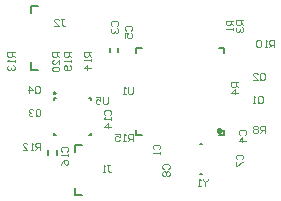
<source format=gbo>
%FSTAX43Y43*%
%MOMM*%
%SFA1B1*%

%IPPOS*%
%ADD56C,0.250000*%
%ADD57C,0.200000*%
%ADD59C,0.125000*%
%LNzooidpcb-1*%
%LPD*%
G54D56*
X0006524Y-0004169D02*
D01*
X0006524Y-0004161*
X0006523Y-0004152*
X0006522Y-0004144*
X000652Y-0004135*
X0006517Y-0004127*
X0006514Y-0004119*
X000651Y-0004111*
X0006505Y-0004103*
X0006501Y-0004096*
X0006495Y-0004089*
X0006489Y-0004083*
X0006483Y-0004077*
X0006476Y-0004071*
X0006469Y-0004066*
X0006462Y-0004061*
X0006454Y-0004057*
X0006446Y-0004054*
X0006438Y-0004051*
X000643Y-0004048*
X0006421Y-0004046*
X0006413Y-0004045*
X0006404Y-0004045*
X0006395*
X0006386Y-0004045*
X0006378Y-0004046*
X0006369Y-0004048*
X0006361Y-0004051*
X0006353Y-0004054*
X0006345Y-0004057*
X0006337Y-0004061*
X000633Y-0004066*
X0006323Y-0004071*
X0006316Y-0004077*
X000631Y-0004083*
X0006304Y-0004089*
X0006298Y-0004096*
X0006293Y-0004103*
X0006289Y-0004111*
X0006285Y-0004119*
X0006282Y-0004127*
X0006279Y-0004135*
X0006277Y-0004144*
X0006276Y-0004152*
X0006275Y-0004161*
X0006274Y-0004169*
X0006275Y-0004178*
X0006276Y-0004187*
X0006277Y-0004195*
X0006279Y-0004204*
X0006282Y-0004212*
X0006285Y-000422*
X0006289Y-0004228*
X0006293Y-0004236*
X0006298Y-0004243*
X0006304Y-000425*
X000631Y-0004256*
X0006316Y-0004262*
X0006323Y-0004268*
X000633Y-0004273*
X0006337Y-0004278*
X0006345Y-0004282*
X0006353Y-0004285*
X0006361Y-0004288*
X0006369Y-0004291*
X0006378Y-0004293*
X0006386Y-0004294*
X0006395Y-0004294*
X0006404*
X0006413Y-0004294*
X0006421Y-0004293*
X000643Y-0004291*
X0006438Y-0004288*
X0006446Y-0004285*
X0006454Y-0004282*
X0006462Y-0004278*
X0006469Y-0004273*
X0006476Y-0004268*
X0006483Y-0004262*
X0006489Y-0004256*
X0006495Y-000425*
X0006501Y-0004243*
X0006505Y-0004236*
X000651Y-0004228*
X0006514Y-000422*
X0006517Y-0004212*
X000652Y-0004204*
X0006522Y-0004195*
X0006523Y-0004187*
X0006524Y-0004178*
X0006524Y-0004169*
G54D57*
X-0007454Y-0000969D02*
D01*
X-0007455Y-0000964*
X-0007455Y-0000959*
X-0007456Y-0000954*
X-0007457Y-0000949*
X-0007459Y-0000944*
X-0007461Y-0000939*
X-0007463Y-0000934*
X-0007466Y-000093*
X-0007469Y-0000925*
X-0007472Y-0000921*
X-0007476Y-0000917*
X-0007479Y-0000914*
X-0007483Y-000091*
X-0007488Y-0000907*
X-0007492Y-0000905*
X-0007497Y-0000902*
X-0007501Y-00009*
X-0007506Y-0000898*
X-0007511Y-0000897*
X-0007516Y-0000896*
X-0007522Y-0000895*
X-0007527Y-0000895*
X-0007532*
X-0007537Y-0000895*
X-0007543Y-0000896*
X-0007548Y-0000897*
X-0007553Y-0000898*
X-0007558Y-00009*
X-0007562Y-0000902*
X-0007567Y-0000905*
X-0007571Y-0000907*
X-0007576Y-000091*
X-000758Y-0000914*
X-0007583Y-0000917*
X-0007587Y-0000921*
X-000759Y-0000925*
X-0007593Y-000093*
X-0007596Y-0000934*
X-0007598Y-0000939*
X-00076Y-0000944*
X-0007602Y-0000949*
X-0007603Y-0000954*
X-0007604Y-0000959*
X-0007604Y-0000964*
X-0007604Y-0000969*
X-0007604Y-0000975*
X-0007604Y-000098*
X-0007603Y-0000985*
X-0007602Y-000099*
X-00076Y-0000995*
X-0007598Y-0001*
X-0007596Y-0001005*
X-0007593Y-0001009*
X-000759Y-0001014*
X-0007587Y-0001018*
X-0007583Y-0001022*
X-000758Y-0001025*
X-0007576Y-0001029*
X-0007571Y-0001032*
X-0007567Y-0001034*
X-0007562Y-0001037*
X-0007558Y-0001039*
X-0007553Y-0001041*
X-0007548Y-0001042*
X-0007543Y-0001043*
X-0007537Y-0001044*
X-0007532Y-0001044*
X-0007527*
X-0007522Y-0001044*
X-0007516Y-0001043*
X-0007511Y-0001042*
X-0007506Y-0001041*
X-0007501Y-0001039*
X-0007497Y-0001037*
X-0007492Y-0001034*
X-0007488Y-0001032*
X-0007483Y-0001029*
X-0007479Y-0001025*
X-0007476Y-0001022*
X-0007472Y-0001018*
X-0007469Y-0001014*
X-0007466Y-0001009*
X-0007463Y-0001005*
X-0007461Y-0001*
X-0007459Y-0000995*
X-0007457Y-000099*
X-0007456Y-0000985*
X-0007455Y-000098*
X-0007455Y-0000975*
X-0007454Y-0000969*
X-0009522Y0006419D02*
X-0008921D01*
X-0009522Y0005819D02*
Y0006419D01*
X-0009509Y0001007D02*
Y0001606D01*
Y0001007D02*
X-0008909D01*
X0004759Y-0005259D02*
X0004959D01*
X0004759Y-0007859D02*
X0004959D01*
X-0007579Y-0001419D02*
X-0007429D01*
X-0007579Y-0001569D02*
Y-0001419D01*
Y-0004519D02*
Y-0004369D01*
Y-0004519D02*
X-0007429D01*
X-0004629D02*
X-0004479D01*
Y-0004369*
X-0004629Y-0001419D02*
X-0004479D01*
Y-0001569D02*
Y-0001419D01*
X0006374Y-0004569D02*
X0006799D01*
Y-0004144*
Y0002404D02*
Y0002829D01*
X0006374D02*
X0006799D01*
X-0000599D02*
X-0000174D01*
X-0000599Y0002404D02*
Y0002829D01*
Y-0004569D02*
X-0000174D01*
X-0000599D02*
Y-0004144D01*
X-0005811Y-0006019D02*
Y-0005419D01*
X-0005212*
X-0005811Y-0009619D02*
X-0005212D01*
X-0005811D02*
Y-0009019D01*
X-0002839Y0002469D02*
Y0002869D01*
X-0002139Y0002469D02*
Y0002869D01*
X-0008069Y-0006249D02*
Y-0005849D01*
X-0007369Y-0006249D02*
Y-0005849D01*
G54D59*
X0010274Y-0004349D02*
Y-0003749D01*
X0009974*
X0009874Y-0003849*
Y-0004049*
X0009974Y-0004149*
X0010274*
X0010074D02*
X0009874Y-0004349D01*
X0009674Y-0003849D02*
X0009574Y-0003749D01*
X0009374*
X0009274Y-0003849*
Y-0003949*
X0009374Y-0004049*
X0009274Y-0004149*
Y-0004249*
X0009374Y-0004349*
X0009574*
X0009674Y-0004249*
Y-0004149*
X0009574Y-0004049*
X0009674Y-0003949*
Y-0003849*
X0009574Y-0004049D02*
X0009374D01*
X-0007124Y0002449D02*
X-0007724D01*
Y0002149*
X-0007624Y0002049*
X-0007424*
X-0007324Y0002149*
Y0002449*
Y0002249D02*
X-0007124Y0002049D01*
Y0001449D02*
Y0001849D01*
X-0007524Y0001449*
X-0007624*
X-0007724Y0001549*
Y0001749*
X-0007624Y0001849*
Y0001249D02*
X-0007724Y0001149D01*
Y0000949*
X-0007624Y000085*
X-0007224*
X-0007124Y0000949*
Y0001149*
X-0007224Y0001249*
X-0007624*
X-0006149Y0002449D02*
X-0006749D01*
Y0002149*
X-0006649Y0002049*
X-0006449*
X-0006349Y0002149*
Y0002449*
Y0002249D02*
X-0006149Y0002049D01*
Y0001849D02*
Y0001649D01*
Y0001749*
X-0006749*
X-0006649Y0001849*
X-0006249Y0001349D02*
X-0006149Y0001249D01*
Y0001049*
X-0006249Y0000949*
X-0006649*
X-0006749Y0001049*
Y0001249*
X-0006649Y0001349*
X-0006549*
X-0006449Y0001249*
Y0000949*
X-0004449Y0002499D02*
X-0005049D01*
Y0002199*
X-0004949Y0002099*
X-0004749*
X-0004649Y0002199*
Y0002499*
Y0002299D02*
X-0004449Y0002099D01*
Y0001899D02*
Y0001699D01*
Y0001799*
X-0005049*
X-0004949Y0001899*
X-0004449Y0001099D02*
X-0005049D01*
X-0004749Y0001399*
Y0000999*
X-0006974Y0005299D02*
X-0006774D01*
X-0006874*
Y0004799*
X-0006774Y0004699*
X-0006674*
X-0006574Y0004799*
X-0007574Y0004699D02*
X-0007174D01*
X-0007574Y0005099*
Y0005199*
X-0007474Y0005299*
X-0007274*
X-0007174Y0005199*
X0005424Y-0008249D02*
Y-0008349D01*
X0005224Y-0008549*
X0005024Y-0008349*
Y-0008249*
X0005224Y-0008549D02*
Y-0008849D01*
X0004824D02*
X0004624D01*
X0004724*
Y-0008249*
X0004824Y-0008349*
X-0000924Y-0000449D02*
Y-0000949D01*
X-0001024Y-0001049*
X-0001224*
X-0001324Y-0000949*
Y-0000449*
X-0001524Y-0001049D02*
X-0001724D01*
X-0001624*
Y-0000449*
X-0001524Y-0000549*
X-0000924Y-0005049D02*
Y-0004449D01*
X-0001224*
X-0001324Y-0004549*
Y-0004749*
X-0001224Y-0004849*
X-0000924*
X-0001124D02*
X-0001324Y-0005049D01*
X-0001524D02*
X-0001724D01*
X-0001624*
Y-0004449*
X-0001524Y-0004549*
X-0002424Y-0004449D02*
X-0002024D01*
Y-0004749*
X-0002224Y-0004649*
X-0002324*
X-0002424Y-0004749*
Y-0004949*
X-0002324Y-0005049*
X-0002124*
X-0002024Y-0004949*
X-0010924Y0002449D02*
X-0011524D01*
Y0002149*
X-0011424Y0002049*
X-0011224*
X-0011124Y0002149*
Y0002449*
Y0002249D02*
X-0010924Y0002049D01*
Y0001849D02*
Y0001649D01*
Y0001749*
X-0011524*
X-0011424Y0001849*
Y0001349D02*
X-0011524Y0001249D01*
Y0001049*
X-0011424Y0000949*
X-0011324*
X-0011224Y0001049*
Y0001149*
Y0001049*
X-0011124Y0000949*
X-0011024*
X-0010924Y0001049*
Y0001249*
X-0011024Y0001349*
X-0008749Y-0005774D02*
Y-0005174D01*
X-0009049*
X-0009149Y-0005274*
Y-0005474*
X-0009049Y-0005574*
X-0008749*
X-0008949D02*
X-0009149Y-0005774D01*
X-0009349D02*
X-0009549D01*
X-0009449*
Y-0005174*
X-0009349Y-0005274*
X-0010249Y-0005774D02*
X-0009849D01*
X-0010249Y-0005374*
Y-0005274*
X-0010149Y-0005174*
X-0009949*
X-0009849Y-0005274*
X0011049Y0002899D02*
Y0003499D01*
X0010749*
X0010649Y0003399*
Y0003199*
X0010749Y0003099*
X0011049*
X0010849D02*
X0010649Y0002899D01*
X0010449D02*
X0010249D01*
X0010349*
Y0003499*
X0010449Y0003399*
X0009949D02*
X0009849Y0003499D01*
X0009649*
X0009549Y0003399*
Y0002999*
X0009649Y0002899*
X0009849*
X0009949Y0002999*
Y0003399*
X0008024Y-0000074D02*
X0007424D01*
Y-0000374*
X0007524Y-0000474*
X0007724*
X0007824Y-0000374*
Y-0000074*
Y-0000274D02*
X0008024Y-0000474D01*
Y-0000974D02*
X0007424D01*
X0007724Y-0000674*
Y-0001074*
X0008424Y0005199D02*
X0007824D01*
Y0004899*
X0007924Y0004799*
X0008124*
X0008224Y0004899*
Y0005199*
Y0004999D02*
X0008424Y0004799D01*
X0007924Y0004599D02*
X0007824Y0004499D01*
Y0004299*
X0007924Y0004199*
X0008024*
X0008124Y0004299*
Y0004399*
Y0004299*
X0008224Y0004199*
X0008324*
X0008424Y0004299*
Y0004499*
X0008324Y0004599*
X0007574Y0005149D02*
X0006974D01*
Y0004849*
X0007074Y0004749*
X0007274*
X0007374Y0004849*
Y0005149*
Y0004949D02*
X0007574Y0004749D01*
Y0004549D02*
Y0004349D01*
Y0004449*
X0006974*
X0007074Y0004549*
X-0003074Y-0007099D02*
X-0002874D01*
X-0002974*
Y-0007599*
X-0002874Y-0007699*
X-0002774*
X-0002674Y-0007599*
X-0003274Y-0007699D02*
X-0003474D01*
X-0003374*
Y-0007099*
X-0003274Y-0007199*
X-0006899Y-0005949D02*
X-0006999Y-0005849D01*
Y-0005649*
X-0006899Y-0005549*
X-0006499*
X-0006399Y-0005649*
Y-0005849*
X-0006499Y-0005949*
X-0006399Y-0006149D02*
Y-0006349D01*
Y-0006249*
X-0006999*
X-0006899Y-0006149*
X-0006999Y-0007049D02*
X-0006899Y-0006849D01*
X-0006699Y-0006649*
X-0006499*
X-0006399Y-0006749*
Y-0006949*
X-0006499Y-0007049*
X-0006599*
X-0006699Y-0006949*
Y-0006649*
X-0003224Y-0002849D02*
X-0003324Y-0002749D01*
Y-0002549*
X-0003224Y-0002449*
X-0002824*
X-0002724Y-0002549*
Y-0002749*
X-0002824Y-0002849*
X-0002724Y-0003049D02*
Y-0003249D01*
Y-0003149*
X-0003324*
X-0003224Y-0003049*
X-0002724Y-0003849D02*
X-0003324D01*
X-0003024Y-0003549*
Y-0003949*
X0002099Y-0007424D02*
X0002199Y-0007324D01*
Y-0007124*
X0002099Y-0007024*
X0001699*
X0001599Y-0007124*
Y-0007324*
X0001699Y-0007424*
X0002099Y-0007624D02*
X0002199Y-0007724D01*
Y-0007924*
X0002099Y-0008024*
X0001999*
X0001899Y-0007924*
X0001799Y-0008024*
X0001699*
X0001599Y-0007924*
Y-0007724*
X0001699Y-0007624*
X0001799*
X0001899Y-0007724*
X0001999Y-0007624*
X0002099*
X0001899Y-0007724D02*
Y-0007924D01*
X0007899Y-0006599D02*
X0007799Y-0006499D01*
Y-0006299*
X0007899Y-0006199*
X0008299*
X0008399Y-0006299*
Y-0006499*
X0008299Y-0006599*
X0007799Y-0006799D02*
Y-0007199D01*
X0007899*
X0008299Y-0006799*
X0008399*
X-0001499Y0004299D02*
X-0001599Y0004399D01*
Y0004599*
X-0001499Y0004699*
X-0001099*
X-0000999Y0004599*
Y0004399*
X-0001099Y0004299*
X-0001599Y0003699D02*
Y0004099D01*
X-0001299*
X-0001399Y0003899*
Y0003799*
X-0001299Y0003699*
X-0001099*
X-0000999Y0003799*
Y0003999*
X-0001099Y0004099*
X0008149Y-0004524D02*
X0008049Y-0004424D01*
Y-0004224*
X0008149Y-0004124*
X0008549*
X0008649Y-0004224*
Y-0004424*
X0008549Y-0004524*
X0008649Y-0005024D02*
X0008049D01*
X0008349Y-0004724*
Y-0005124*
X-0002649Y0004699D02*
X-0002749Y0004799D01*
Y0004999*
X-0002649Y0005099*
X-0002249*
X-0002149Y0004999*
Y0004799*
X-0002249Y0004699*
X-0002649Y0004499D02*
X-0002749Y0004399D01*
Y0004199*
X-0002649Y0004099*
X-0002549*
X-0002449Y0004199*
Y0004299*
Y0004199*
X-0002349Y0004099*
X-0002249*
X-0002149Y0004199*
Y0004399*
X-0002249Y0004499*
X0000899Y-0005749D02*
X0000799Y-0005649D01*
Y-0005449*
X0000899Y-0005349*
X0001299*
X0001399Y-0005449*
Y-0005649*
X0001299Y-0005749*
X0001399Y-0005949D02*
Y-0006149D01*
Y-0006049*
X0000799*
X0000899Y-0005949*
X-0003049Y-0001324D02*
Y-0001824D01*
X-0003149Y-0001924*
X-0003349*
X-0003449Y-0001824*
Y-0001324*
X-0004049D02*
X-0003649D01*
Y-0001624*
X-0003849Y-0001524*
X-0003949*
X-0004049Y-0001624*
Y-0001824*
X-0003949Y-0001924*
X-0003749*
X-0003649Y-0001824*
X0009674Y-0001719D02*
Y-0001319D01*
X0009774Y-0001219*
X0009974*
X0010074Y-0001319*
Y-0001719*
X0009974Y-0001819*
X0009774*
X0009874Y-0001619D02*
X0009674Y-0001819D01*
X0009774D02*
X0009674Y-0001719D01*
X0009474Y-0001819D02*
X0009274D01*
X0009374*
Y-0001219*
X0009474Y-0001319*
X0009849Y0000204D02*
Y0000604D01*
X0009949Y0000704*
X0010149*
X0010249Y0000604*
Y0000204*
X0010149Y0000104*
X0009949*
X0010049Y0000304D02*
X0009849Y0000104D01*
X0009949D02*
X0009849Y0000204D01*
X0009249Y0000104D02*
X0009649D01*
X0009249Y0000504*
Y0000604*
X0009349Y0000704*
X0009549*
X0009649Y0000604*
X-0009139Y-0002839D02*
Y-0002439D01*
X-0009039Y-0002339*
X-0008839*
X-0008739Y-0002439*
Y-0002839*
X-0008839Y-0002939*
X-0009039*
X-0008939Y-0002739D02*
X-0009139Y-0002939D01*
X-0009039D02*
X-0009139Y-0002839D01*
X-0009339Y-0002439D02*
X-0009439Y-0002339D01*
X-0009639*
X-0009739Y-0002439*
Y-0002539*
X-0009639Y-0002639*
X-0009539*
X-0009639*
X-0009739Y-0002739*
Y-0002839*
X-0009639Y-0002939*
X-0009439*
X-0009339Y-0002839*
X-0009199Y-0000899D02*
Y-0000499D01*
X-0009099Y-0000399*
X-0008899*
X-0008799Y-0000499*
Y-0000899*
X-0008899Y-0000999*
X-0009099*
X-0008999Y-0000799D02*
X-0009199Y-0000999D01*
X-0009099D02*
X-0009199Y-0000899D01*
X-0009699Y-0000999D02*
Y-0000399D01*
X-0009399Y-0000699*
X-0009799*
M02*
</source>
